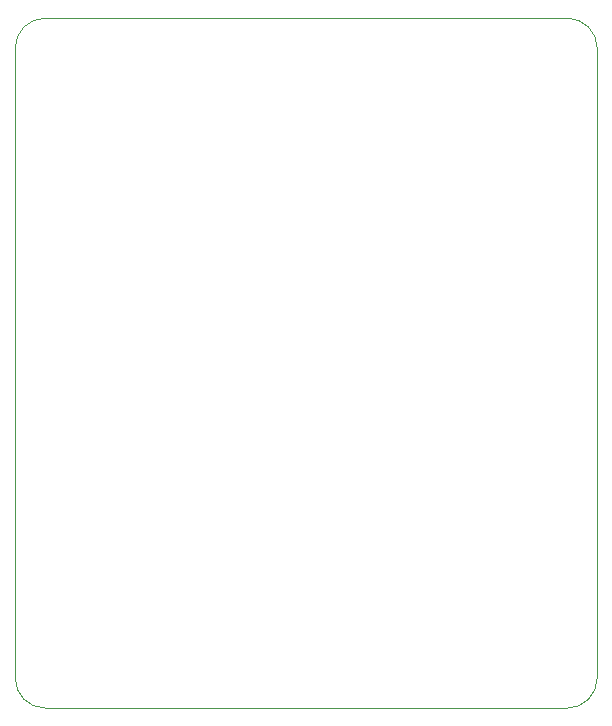
<source format=gm1>
%TF.GenerationSoftware,KiCad,Pcbnew,7.0.5*%
%TF.CreationDate,2024-02-09T10:12:17+02:00*%
%TF.ProjectId,GPIO 16bit,4750494f-2031-4366-9269-742e6b696361,V0*%
%TF.SameCoordinates,Original*%
%TF.FileFunction,Profile,NP*%
%FSLAX46Y46*%
G04 Gerber Fmt 4.6, Leading zero omitted, Abs format (unit mm)*
G04 Created by KiCad (PCBNEW 7.0.5) date 2024-02-09 10:12:17*
%MOMM*%
%LPD*%
G01*
G04 APERTURE LIST*
%TA.AperFunction,Profile*%
%ADD10C,0.100000*%
%TD*%
G04 APERTURE END LIST*
D10*
X115062000Y-48260000D02*
G75*
G03*
X112522000Y-50800000I0J-2540000D01*
G01*
X112522000Y-50800000D02*
X112522000Y-104140000D01*
X112522000Y-104140000D02*
G75*
G03*
X115062000Y-106680000I2540000J0D01*
G01*
X159258000Y-106680000D02*
G75*
G03*
X161798000Y-104140000I0J2540000D01*
G01*
X159258000Y-106680000D02*
X115062000Y-106680000D01*
X159258000Y-48260000D02*
X115062000Y-48260000D01*
X161798000Y-50800000D02*
G75*
G03*
X159258000Y-48260000I-2540100J-100D01*
G01*
X161798000Y-50800000D02*
X161798000Y-104140000D01*
M02*

</source>
